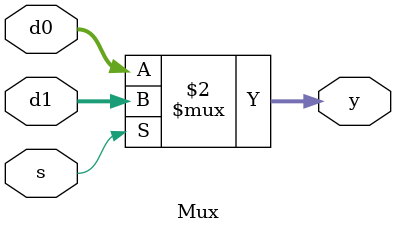
<source format=v>
`timescale 1ns / 1ps
module Mux#(parameter WIDTH=8)	
			(input  [WIDTH-1:0] d0, d1,
			 input  s,
			 output reg [WIDTH-1:0] y);
			 
		always@*
		 begin	
			y = s ? d1 : d0;
		 end
endmodule

</source>
